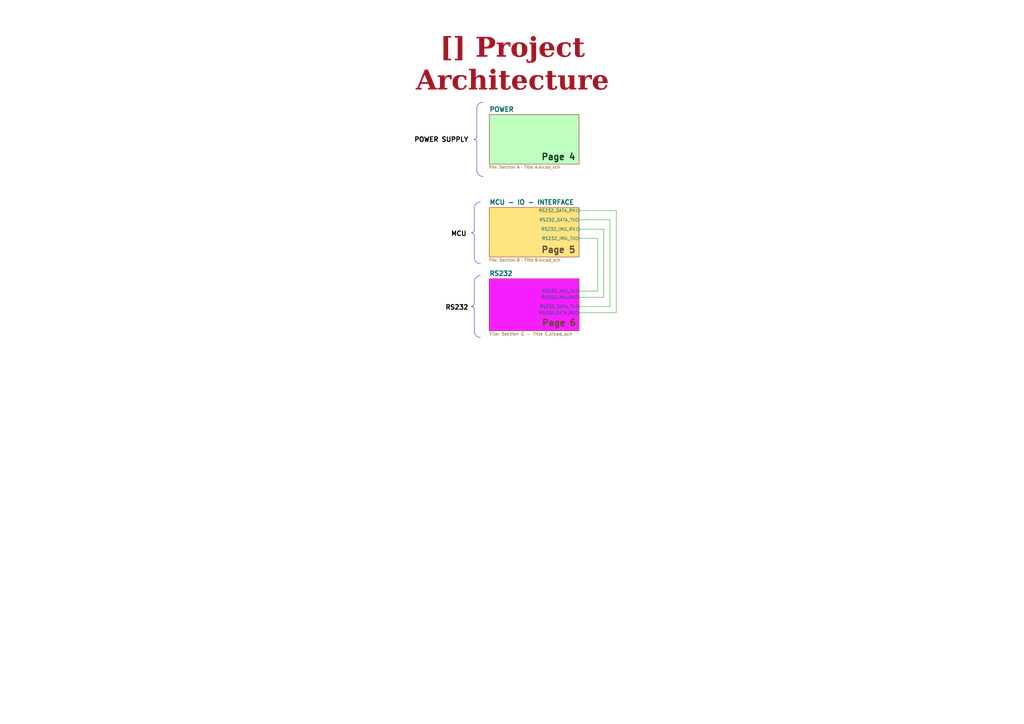
<source format=kicad_sch>
(kicad_sch
	(version 20231120)
	(generator "eeschema")
	(generator_version "8.0")
	(uuid "43756dca-f8f6-4179-bbe2-5af9585c666d")
	(paper "A3")
	(title_block
		(title "Project Architecture")
		(date "2024-11-24")
		(rev "${REVISION}")
		(company "${COMPANY}")
	)
	(lib_symbols)
	(wire
		(pts
			(xy 237.49 90.17) (xy 250.19 90.17)
		)
		(stroke
			(width 0)
			(type default)
		)
		(uuid "077bbb87-6631-4379-97e4-3a2c2945fdb2")
	)
	(wire
		(pts
			(xy 245.11 119.38) (xy 245.11 97.79)
		)
		(stroke
			(width 0)
			(type default)
		)
		(uuid "08962d7e-0da3-4c15-aead-9ed38fe47882")
	)
	(wire
		(pts
			(xy 247.65 93.98) (xy 247.65 121.92)
		)
		(stroke
			(width 0)
			(type default)
		)
		(uuid "0d20dcb9-a43a-4876-ba75-2cf8f145511e")
	)
	(polyline
		(pts
			(xy 195.58 58.42) (xy 195.58 69.85)
		)
		(stroke
			(width 0)
			(type default)
		)
		(uuid "1e3c70a2-22df-46ef-a52f-0f821498dc0c")
	)
	(wire
		(pts
			(xy 245.11 97.79) (xy 237.49 97.79)
		)
		(stroke
			(width 0)
			(type default)
		)
		(uuid "35f539de-fa39-4813-a5d9-a4c352c848cf")
	)
	(wire
		(pts
			(xy 252.73 128.27) (xy 252.73 86.36)
		)
		(stroke
			(width 0)
			(type default)
		)
		(uuid "3b86f6d5-8119-479d-acae-609c9c8d7dd9")
	)
	(polyline
		(pts
			(xy 195.58 55.88) (xy 195.58 44.45)
		)
		(stroke
			(width 0)
			(type default)
		)
		(uuid "41045457-e885-4cf4-93f2-cdba80791e7b")
	)
	(wire
		(pts
			(xy 250.19 125.73) (xy 237.49 125.73)
		)
		(stroke
			(width 0)
			(type default)
		)
		(uuid "4afd562b-fbc8-46eb-ba40-7457995f6975")
	)
	(polyline
		(pts
			(xy 194.564 85.344) (xy 194.564 94.234)
		)
		(stroke
			(width 0)
			(type default)
		)
		(uuid "5f799f7d-3b4c-429a-be80-1688600486e9")
	)
	(wire
		(pts
			(xy 237.49 128.27) (xy 252.73 128.27)
		)
		(stroke
			(width 0)
			(type default)
		)
		(uuid "6eca5e04-7d42-4492-9d66-80f35a69deed")
	)
	(wire
		(pts
			(xy 247.65 121.92) (xy 237.49 121.92)
		)
		(stroke
			(width 0)
			(type default)
		)
		(uuid "7dc85948-e810-4181-8ec0-4bf895c557f9")
	)
	(wire
		(pts
			(xy 237.49 119.38) (xy 245.11 119.38)
		)
		(stroke
			(width 0)
			(type default)
		)
		(uuid "8a77049e-c538-4f0f-a9fb-b86d79802021")
	)
	(polyline
		(pts
			(xy 194.564 127) (xy 194.564 135.89)
		)
		(stroke
			(width 0)
			(type default)
		)
		(uuid "cbd136bb-6711-43aa-9fa8-54e295ca850d")
	)
	(wire
		(pts
			(xy 252.73 86.36) (xy 237.49 86.36)
		)
		(stroke
			(width 0)
			(type default)
		)
		(uuid "d19ea7ed-7c90-450c-9dfd-751c461de91a")
	)
	(wire
		(pts
			(xy 250.19 90.17) (xy 250.19 125.73)
		)
		(stroke
			(width 0)
			(type default)
		)
		(uuid "d80cd693-6777-4546-8d00-e317c935444a")
	)
	(wire
		(pts
			(xy 237.49 93.98) (xy 247.65 93.98)
		)
		(stroke
			(width 0)
			(type default)
		)
		(uuid "e78e188c-1de0-465a-96dc-18517f9e3de6")
	)
	(polyline
		(pts
			(xy 194.564 96.774) (xy 194.564 105.664)
		)
		(stroke
			(width 0)
			(type default)
		)
		(uuid "f890bb63-7be7-434c-9d54-8102b0d37829")
	)
	(polyline
		(pts
			(xy 194.564 115.57) (xy 194.564 124.46)
		)
		(stroke
			(width 0)
			(type default)
		)
		(uuid "faeee293-f5e3-4570-b21d-20173c7f8edf")
	)
	(arc
		(start 193.274 95.484)
		(mid 194.1691 95.8589)
		(end 194.544 96.754)
		(stroke
			(width 0)
			(type default)
		)
		(fill
			(type none)
		)
		(uuid 055071ba-7216-47dc-af92-e615f4e56e85)
	)
	(arc
		(start 193.274 125.71)
		(mid 194.1664 126.0858)
		(end 194.544 126.98)
		(stroke
			(width 0)
			(type default)
		)
		(fill
			(type none)
		)
		(uuid 458e34bd-4ca5-4aba-a18e-cd33014bad85)
	)
	(arc
		(start 195.58 55.88)
		(mid 195.2051 56.7751)
		(end 194.31 57.15)
		(stroke
			(width 0)
			(type default)
		)
		(fill
			(type none)
		)
		(uuid 463357f7-f9d2-46fa-b0b6-a6251e6ce150)
	)
	(arc
		(start 194.544 115.55)
		(mid 195.2925 113.7579)
		(end 197.084 113.01)
		(stroke
			(width 0)
			(type default)
		)
		(fill
			(type none)
		)
		(uuid 5e726b17-a664-4210-9091-314151cafb17)
	)
	(arc
		(start 194.544 85.324)
		(mid 195.2938 83.5338)
		(end 197.084 82.784)
		(stroke
			(width 0)
			(type default)
		)
		(fill
			(type none)
		)
		(uuid 73f6865c-4f24-4b13-a9e7-cf8bfa00ee32)
	)
	(arc
		(start 194.31 57.15)
		(mid 195.2051 57.5249)
		(end 195.58 58.42)
		(stroke
			(width 0)
			(type default)
		)
		(fill
			(type none)
		)
		(uuid a134b516-cfaf-437e-b6e0-fd4fe5086d29)
	)
	(arc
		(start 197.084 108.184)
		(mid 195.2879 107.4401)
		(end 194.544 105.644)
		(stroke
			(width 0)
			(type default)
		)
		(fill
			(type none)
		)
		(uuid a8227c96-ad98-472e-856e-98a46a3c9121)
	)
	(arc
		(start 194.544 94.214)
		(mid 194.1691 95.1091)
		(end 193.274 95.484)
		(stroke
			(width 0)
			(type default)
		)
		(fill
			(type none)
		)
		(uuid cc4cf7fb-4bd9-4be9-81d7-4f1f2d80469e)
	)
	(arc
		(start 195.58 44.45)
		(mid 196.3239 42.6539)
		(end 198.12 41.91)
		(stroke
			(width 0)
			(type default)
		)
		(fill
			(type none)
		)
		(uuid d1fe5f0f-24cb-4f3d-baf1-1b36c0a6f68e)
	)
	(arc
		(start 198.12 72.39)
		(mid 196.3298 71.6402)
		(end 195.58 69.85)
		(stroke
			(width 0)
			(type default)
		)
		(fill
			(type none)
		)
		(uuid d8a608aa-d710-4d73-9273-2b52adac6230)
	)
	(arc
		(start 197.084 138.41)
		(mid 195.2852 137.667)
		(end 194.544 135.87)
		(stroke
			(width 0)
			(type default)
		)
		(fill
			(type none)
		)
		(uuid dd9da430-efc6-45c6-ba78-0d926f3ff576)
	)
	(arc
		(start 194.544 124.44)
		(mid 194.1679 125.3333)
		(end 193.274 125.71)
		(stroke
			(width 0)
			(type default)
		)
		(fill
			(type none)
		)
		(uuid f1108c84-3b66-4499-8921-c64facfcecc8)
	)
	(text_box "RS232\n"
		(exclude_from_sim no)
		(at 167.64 123.444 0)
		(size 26.015 5.1)
		(stroke
			(width -0.0001)
			(type default)
		)
		(fill
			(type none)
		)
		(effects
			(font
				(size 1.905 1.905)
				(thickness 0.381)
				(bold yes)
				(color 0 0 0 1)
			)
			(justify right top)
		)
		(uuid "0f267249-e8f7-47de-b9c1-a6522a4c8504")
	)
	(text_box "POWER SUPPLY "
		(exclude_from_sim no)
		(at 168.402 54.61 0)
		(size 25.273 5.08)
		(stroke
			(width -0.0001)
			(type default)
		)
		(fill
			(type none)
		)
		(effects
			(font
				(size 1.905 1.905)
				(thickness 0.381)
				(bold yes)
				(color 0 0 0 1)
			)
			(justify right top)
		)
		(uuid "51bc3fdc-86f1-4742-b7d8-53f1faaab343")
	)
	(text_box "[${#}] ${TITLE}"
		(exclude_from_sim no)
		(at 144.78 20.32 0)
		(size 130.81 12.7)
		(stroke
			(width -0.0001)
			(type default)
		)
		(fill
			(type none)
		)
		(effects
			(font
				(face "Times New Roman")
				(size 8 8)
				(thickness 1.2)
				(bold yes)
				(color 162 22 34 1)
			)
		)
		(uuid "7fa5cc40-6c97-487c-9cc7-412504f68533")
	)
	(text_box "MCU\n"
		(exclude_from_sim no)
		(at 166.878 93.218 0)
		(size 26.015 5.1)
		(stroke
			(width -0.0001)
			(type default)
		)
		(fill
			(type none)
		)
		(effects
			(font
				(size 1.905 1.905)
				(thickness 0.381)
				(bold yes)
				(color 0 0 0 1)
			)
			(justify right top)
		)
		(uuid "ea2adac5-d133-46b2-a7ff-14a70e2ad344")
	)
	(text "Page 4"
		(exclude_from_sim no)
		(at 236.22 66.04 0)
		(effects
			(font
				(size 2.54 2.54)
				(bold yes)
				(color 20 60 40 1)
			)
			(justify right bottom)
			(href "#4")
		)
		(uuid "978bb74e-ca07-4b21-b2dc-19b812f717e9")
	)
	(text "Page 6"
		(exclude_from_sim no)
		(at 236.474 134.112 0)
		(effects
			(font
				(size 2.54 2.54)
				(bold yes)
				(color 100 70 50 1)
			)
			(justify right bottom)
			(href "#6")
		)
		(uuid "a8753e1d-332d-43d2-9518-44baa2a468e9")
	)
	(text "Page 5"
		(exclude_from_sim no)
		(at 236.22 104.14 0)
		(effects
			(font
				(size 2.54 2.54)
				(bold yes)
				(color 100 70 50 1)
			)
			(justify right bottom)
			(href "#5")
		)
		(uuid "c54c21a6-b82f-4883-adfa-9cf31abe82f0")
	)
	(sheet
		(at 200.66 46.99)
		(size 36.83 20.32)
		(fields_autoplaced yes)
		(stroke
			(width 0.1524)
			(type solid)
		)
		(fill
			(color 128 255 128 0.5000)
		)
		(uuid "7d5a1283-086b-46b0-8df7-a9850521fb5e")
		(property "Sheetname" "POWER"
			(at 200.66 45.9609 0)
			(effects
				(font
					(size 1.905 1.905)
					(bold yes)
				)
				(justify left bottom)
			)
		)
		(property "Sheetfile" "Section A - Title A.kicad_sch"
			(at 200.66 67.8946 0)
			(effects
				(font
					(face "Arial")
					(size 1.27 1.27)
				)
				(justify left top)
			)
		)
		(instances
			(project "STM32F4_GIMBAL_BOARD"
				(path "/0650c7a8-acba-429c-9f8e-eec0baf0bc1c/fede4c36-00cc-4d3d-b71c-5243ba232202"
					(page "4")
				)
			)
		)
	)
	(sheet
		(at 200.66 114.3)
		(size 36.83 21.336)
		(fields_autoplaced yes)
		(stroke
			(width 0.1524)
			(type solid)
		)
		(fill
			(color 246 30 255 1.0000)
		)
		(uuid "e565d5a8-b722-4142-a660-e32c24ae7161")
		(property "Sheetname" "RS232"
			(at 200.66 113.2709 0)
			(effects
				(font
					(size 1.905 1.905)
					(thickness 0.381)
					(bold yes)
				)
				(justify left bottom)
			)
		)
		(property "Sheetfile" "Section C - TItle C.kicad_sch"
			(at 200.66 136.2206 0)
			(effects
				(font
					(size 1.27 1.27)
				)
				(justify left top)
			)
		)
		(pin "RS232_DATA_TX" input
			(at 237.49 125.73 0)
			(effects
				(font
					(size 1.27 1.27)
				)
				(justify right)
			)
			(uuid "0f409f42-b7f9-486a-b531-35fb7e5214c0")
		)
		(pin "RS232_IMU_TX" input
			(at 237.49 119.38 0)
			(effects
				(font
					(size 1.27 1.27)
				)
				(justify right)
			)
			(uuid "d7b33e25-4e64-4dfc-9a5e-cb7605e6ccd0")
		)
		(pin "RS232_DATA_RX" output
			(at 237.49 128.27 0)
			(effects
				(font
					(size 1.27 1.27)
				)
				(justify right)
			)
			(uuid "5f80b851-14f6-453e-9243-a01b42d654b2")
		)
		(pin "RS232_IMU_RX" output
			(at 237.49 121.92 0)
			(effects
				(font
					(size 1.27 1.27)
				)
				(justify right)
			)
			(uuid "d519d2a2-a0fd-4119-9789-b951527ff823")
		)
		(instances
			(project "STM32F4_GIMBAL_BOARD"
				(path "/0650c7a8-acba-429c-9f8e-eec0baf0bc1c/fede4c36-00cc-4d3d-b71c-5243ba232202"
					(page "6")
				)
			)
		)
	)
	(sheet
		(at 200.66 85.09)
		(size 36.83 20.32)
		(fields_autoplaced yes)
		(stroke
			(width 0.1524)
			(type solid)
		)
		(fill
			(color 255 200 0 0.5020)
		)
		(uuid "e6015f1e-cbce-46f4-85e1-3d5463a17dc1")
		(property "Sheetname" "MCU - IO - INTERFACE"
			(at 200.66 84.0609 0)
			(effects
				(font
					(size 1.905 1.905)
					(bold yes)
				)
				(justify left bottom)
			)
		)
		(property "Sheetfile" "Section B - TItle B.kicad_sch"
			(at 200.66 105.9946 0)
			(effects
				(font
					(face "Arial")
					(size 1.27 1.27)
				)
				(justify left top)
			)
		)
		(pin "RS232_DATA_RX" input
			(at 237.49 86.36 0)
			(effects
				(font
					(size 1.27 1.27)
				)
				(justify right)
			)
			(uuid "f0617d9c-77de-44f6-902e-a7ecfa13e7db")
		)
		(pin "RS232_DATA_TX" output
			(at 237.49 90.17 0)
			(effects
				(font
					(size 1.27 1.27)
				)
				(justify right)
			)
			(uuid "773adcb3-8c15-45e5-b2e8-48e2261a2fd0")
		)
		(pin "RS232_IMU_RX" input
			(at 237.49 93.98 0)
			(effects
				(font
					(size 1.27 1.27)
				)
				(justify right)
			)
			(uuid "e5a9e5ac-c62d-43af-8907-9638f5184792")
		)
		(pin "RS232_IMU_TX" output
			(at 237.49 97.79 0)
			(effects
				(font
					(size 1.27 1.27)
				)
				(justify right)
			)
			(uuid "a30c2367-46b1-481f-9005-d40fe36b1c55")
		)
		(instances
			(project "STM32F4_GIMBAL_BOARD"
				(path "/0650c7a8-acba-429c-9f8e-eec0baf0bc1c/fede4c36-00cc-4d3d-b71c-5243ba232202"
					(page "5")
				)
			)
		)
	)
)

</source>
